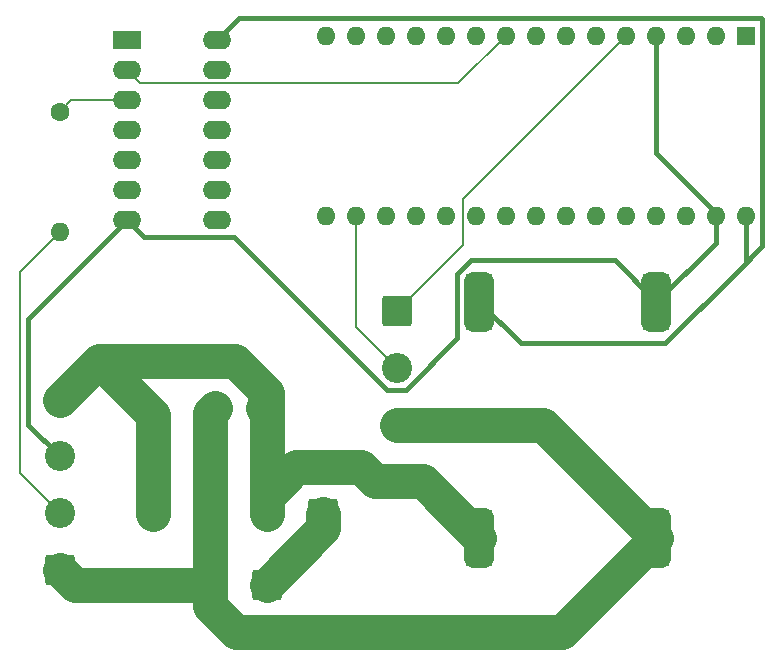
<source format=gtl>
G04 #@! TF.GenerationSoftware,KiCad,Pcbnew,8.0.8*
G04 #@! TF.CreationDate,2025-01-16T17:39:40+01:00*
G04 #@! TF.ProjectId,led_matrix,6c65645f-6d61-4747-9269-782e6b696361,rev?*
G04 #@! TF.SameCoordinates,Original*
G04 #@! TF.FileFunction,Copper,L1,Top*
G04 #@! TF.FilePolarity,Positive*
%FSLAX46Y46*%
G04 Gerber Fmt 4.6, Leading zero omitted, Abs format (unit mm)*
G04 Created by KiCad (PCBNEW 8.0.8) date 2025-01-16 17:39:40*
%MOMM*%
%LPD*%
G01*
G04 APERTURE LIST*
G04 Aperture macros list*
%AMRoundRect*
0 Rectangle with rounded corners*
0 $1 Rounding radius*
0 $2 $3 $4 $5 $6 $7 $8 $9 X,Y pos of 4 corners*
0 Add a 4 corners polygon primitive as box body*
4,1,4,$2,$3,$4,$5,$6,$7,$8,$9,$2,$3,0*
0 Add four circle primitives for the rounded corners*
1,1,$1+$1,$2,$3*
1,1,$1+$1,$4,$5*
1,1,$1+$1,$6,$7*
1,1,$1+$1,$8,$9*
0 Add four rect primitives between the rounded corners*
20,1,$1+$1,$2,$3,$4,$5,0*
20,1,$1+$1,$4,$5,$6,$7,0*
20,1,$1+$1,$6,$7,$8,$9,0*
20,1,$1+$1,$8,$9,$2,$3,0*%
G04 Aperture macros list end*
G04 #@! TA.AperFunction,ComponentPad*
%ADD10O,2.400000X1.600000*%
G04 #@! TD*
G04 #@! TA.AperFunction,ComponentPad*
%ADD11R,2.400000X1.600000*%
G04 #@! TD*
G04 #@! TA.AperFunction,SMDPad,CuDef*
%ADD12RoundRect,0.631000X0.631000X-1.869000X0.631000X1.869000X-0.631000X1.869000X-0.631000X-1.869000X0*%
G04 #@! TD*
G04 #@! TA.AperFunction,ComponentPad*
%ADD13RoundRect,0.249999X-1.025001X1.025001X-1.025001X-1.025001X1.025001X-1.025001X1.025001X1.025001X0*%
G04 #@! TD*
G04 #@! TA.AperFunction,ComponentPad*
%ADD14C,2.550000*%
G04 #@! TD*
G04 #@! TA.AperFunction,ComponentPad*
%ADD15RoundRect,0.249999X1.025001X1.025001X-1.025001X1.025001X-1.025001X-1.025001X1.025001X-1.025001X0*%
G04 #@! TD*
G04 #@! TA.AperFunction,ComponentPad*
%ADD16C,1.600000*%
G04 #@! TD*
G04 #@! TA.AperFunction,ComponentPad*
%ADD17O,1.600000X1.600000*%
G04 #@! TD*
G04 #@! TA.AperFunction,ComponentPad*
%ADD18RoundRect,0.249999X1.025001X-1.025001X1.025001X1.025001X-1.025001X1.025001X-1.025001X-1.025001X0*%
G04 #@! TD*
G04 #@! TA.AperFunction,ComponentPad*
%ADD19R,1.600000X1.600000*%
G04 #@! TD*
G04 #@! TA.AperFunction,Conductor*
%ADD20C,3.000000*%
G04 #@! TD*
G04 #@! TA.AperFunction,Conductor*
%ADD21C,0.400000*%
G04 #@! TD*
G04 #@! TA.AperFunction,Conductor*
%ADD22C,0.200000*%
G04 #@! TD*
G04 APERTURE END LIST*
D10*
X129795000Y-81875000D03*
X129795000Y-84415000D03*
X129795000Y-86955000D03*
X129795000Y-89495000D03*
X129795000Y-92035000D03*
X129795000Y-94575000D03*
X129795000Y-97115000D03*
X122175000Y-97115000D03*
X122175000Y-94575000D03*
X122175000Y-92035000D03*
X122175000Y-89495000D03*
X122175000Y-86955000D03*
X122175000Y-84415000D03*
D11*
X122175000Y-81875000D03*
D12*
X152000000Y-124000000D03*
X167000000Y-124000000D03*
X152000000Y-104000000D03*
X167000000Y-104000000D03*
D13*
X145000000Y-104800000D03*
D14*
X145000000Y-109600000D03*
X145000000Y-114400000D03*
X145000000Y-119200000D03*
D15*
X138800000Y-122000000D03*
D14*
X134000000Y-122000000D03*
X129200000Y-122000000D03*
X124400000Y-122000000D03*
D16*
X116500000Y-87920000D03*
D17*
X116500000Y-98080000D03*
D15*
X134000000Y-128000000D03*
D14*
X129200000Y-128000000D03*
D18*
X116500000Y-126700000D03*
D14*
X116500000Y-121900000D03*
X116500000Y-117100000D03*
X116500000Y-112300000D03*
D19*
X133152651Y-113000000D03*
D16*
X129652651Y-113000000D03*
D19*
X174540000Y-81500000D03*
D17*
X172000000Y-81500000D03*
X169460000Y-81500000D03*
X166920000Y-81500000D03*
X164380000Y-81500000D03*
X161840000Y-81500000D03*
X159300000Y-81500000D03*
X156760000Y-81500000D03*
X154220000Y-81500000D03*
X151680000Y-81500000D03*
X149140000Y-81500000D03*
X146600000Y-81500000D03*
X144060000Y-81500000D03*
X141520000Y-81500000D03*
X138980000Y-81500000D03*
X138980000Y-96740000D03*
X141520000Y-96740000D03*
X144060000Y-96740000D03*
X146600000Y-96740000D03*
X149140000Y-96740000D03*
X151680000Y-96740000D03*
X154220000Y-96740000D03*
X156760000Y-96740000D03*
X159300000Y-96740000D03*
X161840000Y-96740000D03*
X164380000Y-96740000D03*
X166920000Y-96740000D03*
X169460000Y-96740000D03*
X172000000Y-96740000D03*
X174540000Y-96740000D03*
D20*
X138800000Y-123200000D02*
X138800000Y-122000000D01*
X134000000Y-128000000D02*
X138800000Y-123200000D01*
X124400000Y-113600000D02*
X119800000Y-109000000D01*
X124400000Y-122000000D02*
X124400000Y-113600000D01*
D21*
X163500000Y-100500000D02*
X167000000Y-104000000D01*
X150138000Y-101621104D02*
X151259104Y-100500000D01*
X150138000Y-107113651D02*
X150138000Y-101621104D01*
X145776651Y-111475000D02*
X150138000Y-107113651D01*
X144223349Y-111475000D02*
X145776651Y-111475000D01*
X131263349Y-98515000D02*
X144223349Y-111475000D01*
X151259104Y-100500000D02*
X163500000Y-100500000D01*
X123575000Y-98515000D02*
X131263349Y-98515000D01*
X122175000Y-97115000D02*
X123575000Y-98515000D01*
D22*
X113100000Y-101480000D02*
X113100000Y-118500000D01*
X116500000Y-98080000D02*
X113100000Y-101480000D01*
X113100000Y-118500000D02*
X116500000Y-121900000D01*
D21*
X113800000Y-114400000D02*
X116500000Y-117100000D01*
X113800000Y-105490000D02*
X113800000Y-114400000D01*
X122175000Y-97115000D02*
X113800000Y-105490000D01*
D22*
X117465000Y-86955000D02*
X116500000Y-87920000D01*
X122175000Y-86955000D02*
X117465000Y-86955000D01*
X150205000Y-85515000D02*
X154220000Y-81500000D01*
X123275000Y-85515000D02*
X150205000Y-85515000D01*
X122175000Y-84415000D02*
X123275000Y-85515000D01*
D21*
X131670000Y-80000000D02*
X129795000Y-81875000D01*
X175940000Y-99300896D02*
X175940000Y-80100000D01*
X173870448Y-101370448D02*
X175940000Y-99300896D01*
X175940000Y-80100000D02*
X175840000Y-80000000D01*
X173870448Y-101370448D02*
X167740896Y-107500000D01*
X174540000Y-100700896D02*
X173870448Y-101370448D01*
X175840000Y-80000000D02*
X131670000Y-80000000D01*
D22*
X145000000Y-109600000D02*
X141520000Y-106120000D01*
X141520000Y-106120000D02*
X141520000Y-96740000D01*
X150580000Y-99220000D02*
X145000000Y-104800000D01*
X164380000Y-81500000D02*
X150580000Y-95300000D01*
X150580000Y-95300000D02*
X150580000Y-99220000D01*
D21*
X155500000Y-107500000D02*
X152000000Y-104000000D01*
X167740896Y-107500000D02*
X155500000Y-107500000D01*
X174540000Y-96740000D02*
X174540000Y-100700896D01*
X172000000Y-96500000D02*
X166920000Y-91420000D01*
X172000000Y-96740000D02*
X172000000Y-96500000D01*
X166920000Y-91420000D02*
X166920000Y-81500000D01*
X172000000Y-99000000D02*
X172000000Y-96740000D01*
X167000000Y-104000000D02*
X172000000Y-99000000D01*
D20*
X134000000Y-111690495D02*
X134000000Y-113347349D01*
X131309505Y-109000000D02*
X134000000Y-111690495D01*
X116500000Y-112300000D02*
X119800000Y-109000000D01*
X119800000Y-109000000D02*
X131309505Y-109000000D01*
X117800000Y-128000000D02*
X116500000Y-126700000D01*
X129200000Y-128000000D02*
X117800000Y-128000000D01*
X134000000Y-120500000D02*
X134000000Y-122000000D01*
X136500000Y-118000000D02*
X134000000Y-120500000D01*
X142000000Y-118000000D02*
X136500000Y-118000000D01*
X143200000Y-119200000D02*
X142000000Y-118000000D01*
X145000000Y-119200000D02*
X143200000Y-119200000D01*
X157400000Y-114400000D02*
X145000000Y-114400000D01*
X167000000Y-124000000D02*
X157400000Y-114400000D01*
X159000000Y-132000000D02*
X167000000Y-124000000D01*
X131396878Y-132000000D02*
X159000000Y-132000000D01*
X129200000Y-128000000D02*
X129200000Y-129803122D01*
X129200000Y-129803122D02*
X131396878Y-132000000D01*
X147200000Y-119200000D02*
X152000000Y-124000000D01*
X145000000Y-119200000D02*
X147200000Y-119200000D01*
X134000000Y-116500000D02*
X134000000Y-113347349D01*
X134000000Y-122000000D02*
X134000000Y-116500000D01*
X134000000Y-113347349D02*
X133652651Y-113000000D01*
X129200000Y-113452651D02*
X129652651Y-113000000D01*
X129200000Y-122000000D02*
X129200000Y-113452651D01*
X129200000Y-128000000D02*
X129200000Y-122000000D01*
M02*

</source>
